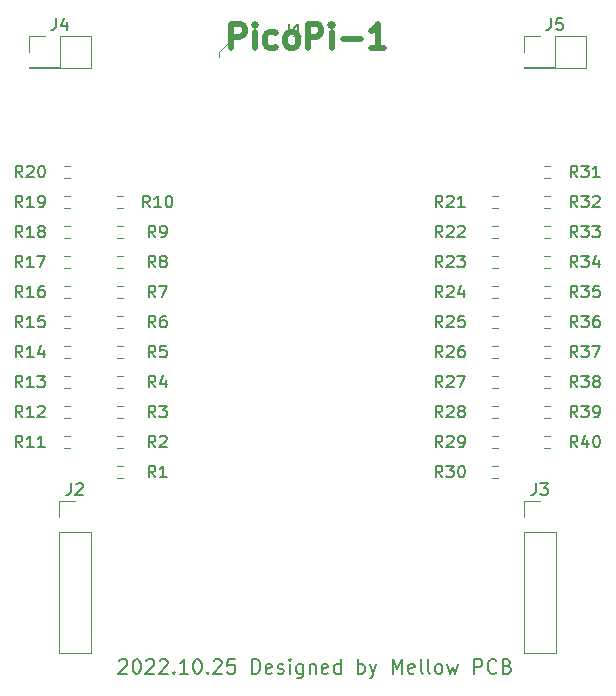
<source format=gbr>
%TF.GenerationSoftware,KiCad,Pcbnew,(6.0.6-0)*%
%TF.CreationDate,2022-10-25T05:48:03+09:00*%
%TF.ProjectId,PicoPi-1,5069636f-5069-42d3-912e-6b696361645f,rev?*%
%TF.SameCoordinates,Original*%
%TF.FileFunction,Legend,Top*%
%TF.FilePolarity,Positive*%
%FSLAX46Y46*%
G04 Gerber Fmt 4.6, Leading zero omitted, Abs format (unit mm)*
G04 Created by KiCad (PCBNEW (6.0.6-0)) date 2022-10-25 05:48:03*
%MOMM*%
%LPD*%
G01*
G04 APERTURE LIST*
%ADD10C,0.200000*%
%ADD11C,0.500000*%
%ADD12C,0.150000*%
%ADD13C,0.100000*%
%ADD14C,0.120000*%
G04 APERTURE END LIST*
D10*
X118048571Y-182337142D02*
X118105714Y-182280000D01*
X118220000Y-182222857D01*
X118505714Y-182222857D01*
X118620000Y-182280000D01*
X118677142Y-182337142D01*
X118734285Y-182451428D01*
X118734285Y-182565714D01*
X118677142Y-182737142D01*
X117991428Y-183422857D01*
X118734285Y-183422857D01*
X119477142Y-182222857D02*
X119591428Y-182222857D01*
X119705714Y-182280000D01*
X119762857Y-182337142D01*
X119820000Y-182451428D01*
X119877142Y-182680000D01*
X119877142Y-182965714D01*
X119820000Y-183194285D01*
X119762857Y-183308571D01*
X119705714Y-183365714D01*
X119591428Y-183422857D01*
X119477142Y-183422857D01*
X119362857Y-183365714D01*
X119305714Y-183308571D01*
X119248571Y-183194285D01*
X119191428Y-182965714D01*
X119191428Y-182680000D01*
X119248571Y-182451428D01*
X119305714Y-182337142D01*
X119362857Y-182280000D01*
X119477142Y-182222857D01*
X120334285Y-182337142D02*
X120391428Y-182280000D01*
X120505714Y-182222857D01*
X120791428Y-182222857D01*
X120905714Y-182280000D01*
X120962857Y-182337142D01*
X121020000Y-182451428D01*
X121020000Y-182565714D01*
X120962857Y-182737142D01*
X120277142Y-183422857D01*
X121020000Y-183422857D01*
X121477142Y-182337142D02*
X121534285Y-182280000D01*
X121648571Y-182222857D01*
X121934285Y-182222857D01*
X122048571Y-182280000D01*
X122105714Y-182337142D01*
X122162857Y-182451428D01*
X122162857Y-182565714D01*
X122105714Y-182737142D01*
X121420000Y-183422857D01*
X122162857Y-183422857D01*
X122677142Y-183308571D02*
X122734285Y-183365714D01*
X122677142Y-183422857D01*
X122620000Y-183365714D01*
X122677142Y-183308571D01*
X122677142Y-183422857D01*
X123877142Y-183422857D02*
X123191428Y-183422857D01*
X123534285Y-183422857D02*
X123534285Y-182222857D01*
X123420000Y-182394285D01*
X123305714Y-182508571D01*
X123191428Y-182565714D01*
X124620000Y-182222857D02*
X124734285Y-182222857D01*
X124848571Y-182280000D01*
X124905714Y-182337142D01*
X124962857Y-182451428D01*
X125020000Y-182680000D01*
X125020000Y-182965714D01*
X124962857Y-183194285D01*
X124905714Y-183308571D01*
X124848571Y-183365714D01*
X124734285Y-183422857D01*
X124620000Y-183422857D01*
X124505714Y-183365714D01*
X124448571Y-183308571D01*
X124391428Y-183194285D01*
X124334285Y-182965714D01*
X124334285Y-182680000D01*
X124391428Y-182451428D01*
X124448571Y-182337142D01*
X124505714Y-182280000D01*
X124620000Y-182222857D01*
X125534285Y-183308571D02*
X125591428Y-183365714D01*
X125534285Y-183422857D01*
X125477142Y-183365714D01*
X125534285Y-183308571D01*
X125534285Y-183422857D01*
X126048571Y-182337142D02*
X126105714Y-182280000D01*
X126220000Y-182222857D01*
X126505714Y-182222857D01*
X126620000Y-182280000D01*
X126677142Y-182337142D01*
X126734285Y-182451428D01*
X126734285Y-182565714D01*
X126677142Y-182737142D01*
X125991428Y-183422857D01*
X126734285Y-183422857D01*
X127820000Y-182222857D02*
X127248571Y-182222857D01*
X127191428Y-182794285D01*
X127248571Y-182737142D01*
X127362857Y-182680000D01*
X127648571Y-182680000D01*
X127762857Y-182737142D01*
X127820000Y-182794285D01*
X127877142Y-182908571D01*
X127877142Y-183194285D01*
X127820000Y-183308571D01*
X127762857Y-183365714D01*
X127648571Y-183422857D01*
X127362857Y-183422857D01*
X127248571Y-183365714D01*
X127191428Y-183308571D01*
X129305714Y-183422857D02*
X129305714Y-182222857D01*
X129591428Y-182222857D01*
X129762857Y-182280000D01*
X129877142Y-182394285D01*
X129934285Y-182508571D01*
X129991428Y-182737142D01*
X129991428Y-182908571D01*
X129934285Y-183137142D01*
X129877142Y-183251428D01*
X129762857Y-183365714D01*
X129591428Y-183422857D01*
X129305714Y-183422857D01*
X130962857Y-183365714D02*
X130848571Y-183422857D01*
X130620000Y-183422857D01*
X130505714Y-183365714D01*
X130448571Y-183251428D01*
X130448571Y-182794285D01*
X130505714Y-182680000D01*
X130620000Y-182622857D01*
X130848571Y-182622857D01*
X130962857Y-182680000D01*
X131020000Y-182794285D01*
X131020000Y-182908571D01*
X130448571Y-183022857D01*
X131477142Y-183365714D02*
X131591428Y-183422857D01*
X131820000Y-183422857D01*
X131934285Y-183365714D01*
X131991428Y-183251428D01*
X131991428Y-183194285D01*
X131934285Y-183080000D01*
X131820000Y-183022857D01*
X131648571Y-183022857D01*
X131534285Y-182965714D01*
X131477142Y-182851428D01*
X131477142Y-182794285D01*
X131534285Y-182680000D01*
X131648571Y-182622857D01*
X131820000Y-182622857D01*
X131934285Y-182680000D01*
X132505714Y-183422857D02*
X132505714Y-182622857D01*
X132505714Y-182222857D02*
X132448571Y-182280000D01*
X132505714Y-182337142D01*
X132562857Y-182280000D01*
X132505714Y-182222857D01*
X132505714Y-182337142D01*
X133591428Y-182622857D02*
X133591428Y-183594285D01*
X133534285Y-183708571D01*
X133477142Y-183765714D01*
X133362857Y-183822857D01*
X133191428Y-183822857D01*
X133077142Y-183765714D01*
X133591428Y-183365714D02*
X133477142Y-183422857D01*
X133248571Y-183422857D01*
X133134285Y-183365714D01*
X133077142Y-183308571D01*
X133020000Y-183194285D01*
X133020000Y-182851428D01*
X133077142Y-182737142D01*
X133134285Y-182680000D01*
X133248571Y-182622857D01*
X133477142Y-182622857D01*
X133591428Y-182680000D01*
X134162857Y-182622857D02*
X134162857Y-183422857D01*
X134162857Y-182737142D02*
X134220000Y-182680000D01*
X134334285Y-182622857D01*
X134505714Y-182622857D01*
X134620000Y-182680000D01*
X134677142Y-182794285D01*
X134677142Y-183422857D01*
X135705714Y-183365714D02*
X135591428Y-183422857D01*
X135362857Y-183422857D01*
X135248571Y-183365714D01*
X135191428Y-183251428D01*
X135191428Y-182794285D01*
X135248571Y-182680000D01*
X135362857Y-182622857D01*
X135591428Y-182622857D01*
X135705714Y-182680000D01*
X135762857Y-182794285D01*
X135762857Y-182908571D01*
X135191428Y-183022857D01*
X136791428Y-183422857D02*
X136791428Y-182222857D01*
X136791428Y-183365714D02*
X136677142Y-183422857D01*
X136448571Y-183422857D01*
X136334285Y-183365714D01*
X136277142Y-183308571D01*
X136220000Y-183194285D01*
X136220000Y-182851428D01*
X136277142Y-182737142D01*
X136334285Y-182680000D01*
X136448571Y-182622857D01*
X136677142Y-182622857D01*
X136791428Y-182680000D01*
X138277142Y-183422857D02*
X138277142Y-182222857D01*
X138277142Y-182680000D02*
X138391428Y-182622857D01*
X138620000Y-182622857D01*
X138734285Y-182680000D01*
X138791428Y-182737142D01*
X138848571Y-182851428D01*
X138848571Y-183194285D01*
X138791428Y-183308571D01*
X138734285Y-183365714D01*
X138620000Y-183422857D01*
X138391428Y-183422857D01*
X138277142Y-183365714D01*
X139248571Y-182622857D02*
X139534285Y-183422857D01*
X139820000Y-182622857D02*
X139534285Y-183422857D01*
X139420000Y-183708571D01*
X139362857Y-183765714D01*
X139248571Y-183822857D01*
X141191428Y-183422857D02*
X141191428Y-182222857D01*
X141591428Y-183080000D01*
X141991428Y-182222857D01*
X141991428Y-183422857D01*
X143020000Y-183365714D02*
X142905714Y-183422857D01*
X142677142Y-183422857D01*
X142562857Y-183365714D01*
X142505714Y-183251428D01*
X142505714Y-182794285D01*
X142562857Y-182680000D01*
X142677142Y-182622857D01*
X142905714Y-182622857D01*
X143020000Y-182680000D01*
X143077142Y-182794285D01*
X143077142Y-182908571D01*
X142505714Y-183022857D01*
X143762857Y-183422857D02*
X143648571Y-183365714D01*
X143591428Y-183251428D01*
X143591428Y-182222857D01*
X144391428Y-183422857D02*
X144277142Y-183365714D01*
X144220000Y-183251428D01*
X144220000Y-182222857D01*
X145020000Y-183422857D02*
X144905714Y-183365714D01*
X144848571Y-183308571D01*
X144791428Y-183194285D01*
X144791428Y-182851428D01*
X144848571Y-182737142D01*
X144905714Y-182680000D01*
X145020000Y-182622857D01*
X145191428Y-182622857D01*
X145305714Y-182680000D01*
X145362857Y-182737142D01*
X145420000Y-182851428D01*
X145420000Y-183194285D01*
X145362857Y-183308571D01*
X145305714Y-183365714D01*
X145191428Y-183422857D01*
X145020000Y-183422857D01*
X145820000Y-182622857D02*
X146048571Y-183422857D01*
X146277142Y-182851428D01*
X146505714Y-183422857D01*
X146734285Y-182622857D01*
X148105714Y-183422857D02*
X148105714Y-182222857D01*
X148562857Y-182222857D01*
X148677142Y-182280000D01*
X148734285Y-182337142D01*
X148791428Y-182451428D01*
X148791428Y-182622857D01*
X148734285Y-182737142D01*
X148677142Y-182794285D01*
X148562857Y-182851428D01*
X148105714Y-182851428D01*
X149991428Y-183308571D02*
X149934285Y-183365714D01*
X149762857Y-183422857D01*
X149648571Y-183422857D01*
X149477142Y-183365714D01*
X149362857Y-183251428D01*
X149305714Y-183137142D01*
X149248571Y-182908571D01*
X149248571Y-182737142D01*
X149305714Y-182508571D01*
X149362857Y-182394285D01*
X149477142Y-182280000D01*
X149648571Y-182222857D01*
X149762857Y-182222857D01*
X149934285Y-182280000D01*
X149991428Y-182337142D01*
X150905714Y-182794285D02*
X151077142Y-182851428D01*
X151134285Y-182908571D01*
X151191428Y-183022857D01*
X151191428Y-183194285D01*
X151134285Y-183308571D01*
X151077142Y-183365714D01*
X150962857Y-183422857D01*
X150505714Y-183422857D01*
X150505714Y-182222857D01*
X150905714Y-182222857D01*
X151020000Y-182280000D01*
X151077142Y-182337142D01*
X151134285Y-182451428D01*
X151134285Y-182565714D01*
X151077142Y-182680000D01*
X151020000Y-182737142D01*
X150905714Y-182794285D01*
X150505714Y-182794285D01*
D11*
X127556428Y-130444761D02*
X127556428Y-128444761D01*
X128318333Y-128444761D01*
X128508809Y-128540000D01*
X128604047Y-128635238D01*
X128699285Y-128825714D01*
X128699285Y-129111428D01*
X128604047Y-129301904D01*
X128508809Y-129397142D01*
X128318333Y-129492380D01*
X127556428Y-129492380D01*
X129556428Y-130444761D02*
X129556428Y-129111428D01*
X129556428Y-128444761D02*
X129461190Y-128540000D01*
X129556428Y-128635238D01*
X129651666Y-128540000D01*
X129556428Y-128444761D01*
X129556428Y-128635238D01*
X131365952Y-130349523D02*
X131175476Y-130444761D01*
X130794523Y-130444761D01*
X130604047Y-130349523D01*
X130508809Y-130254285D01*
X130413571Y-130063809D01*
X130413571Y-129492380D01*
X130508809Y-129301904D01*
X130604047Y-129206666D01*
X130794523Y-129111428D01*
X131175476Y-129111428D01*
X131365952Y-129206666D01*
X132508809Y-130444761D02*
X132318333Y-130349523D01*
X132223095Y-130254285D01*
X132127857Y-130063809D01*
X132127857Y-129492380D01*
X132223095Y-129301904D01*
X132318333Y-129206666D01*
X132508809Y-129111428D01*
X132794523Y-129111428D01*
X132985000Y-129206666D01*
X133080238Y-129301904D01*
X133175476Y-129492380D01*
X133175476Y-130063809D01*
X133080238Y-130254285D01*
X132985000Y-130349523D01*
X132794523Y-130444761D01*
X132508809Y-130444761D01*
X134032619Y-130444761D02*
X134032619Y-128444761D01*
X134794523Y-128444761D01*
X134985000Y-128540000D01*
X135080238Y-128635238D01*
X135175476Y-128825714D01*
X135175476Y-129111428D01*
X135080238Y-129301904D01*
X134985000Y-129397142D01*
X134794523Y-129492380D01*
X134032619Y-129492380D01*
X136032619Y-130444761D02*
X136032619Y-129111428D01*
X136032619Y-128444761D02*
X135937380Y-128540000D01*
X136032619Y-128635238D01*
X136127857Y-128540000D01*
X136032619Y-128444761D01*
X136032619Y-128635238D01*
X136985000Y-129682857D02*
X138508809Y-129682857D01*
X140508809Y-130444761D02*
X139365952Y-130444761D01*
X139937380Y-130444761D02*
X139937380Y-128444761D01*
X139746904Y-128730476D01*
X139556428Y-128920952D01*
X139365952Y-129016190D01*
D12*
%TO.C,J1*%
X132434666Y-128442380D02*
X132434666Y-129156666D01*
X132387047Y-129299523D01*
X132291809Y-129394761D01*
X132148952Y-129442380D01*
X132053714Y-129442380D01*
X133434666Y-129442380D02*
X132863238Y-129442380D01*
X133148952Y-129442380D02*
X133148952Y-128442380D01*
X133053714Y-128585238D01*
X132958476Y-128680476D01*
X132863238Y-128728095D01*
%TO.C,R29*%
X145407142Y-164282380D02*
X145073809Y-163806190D01*
X144835714Y-164282380D02*
X144835714Y-163282380D01*
X145216666Y-163282380D01*
X145311904Y-163330000D01*
X145359523Y-163377619D01*
X145407142Y-163472857D01*
X145407142Y-163615714D01*
X145359523Y-163710952D01*
X145311904Y-163758571D01*
X145216666Y-163806190D01*
X144835714Y-163806190D01*
X145788095Y-163377619D02*
X145835714Y-163330000D01*
X145930952Y-163282380D01*
X146169047Y-163282380D01*
X146264285Y-163330000D01*
X146311904Y-163377619D01*
X146359523Y-163472857D01*
X146359523Y-163568095D01*
X146311904Y-163710952D01*
X145740476Y-164282380D01*
X146359523Y-164282380D01*
X146835714Y-164282380D02*
X147026190Y-164282380D01*
X147121428Y-164234761D01*
X147169047Y-164187142D01*
X147264285Y-164044285D01*
X147311904Y-163853809D01*
X147311904Y-163472857D01*
X147264285Y-163377619D01*
X147216666Y-163330000D01*
X147121428Y-163282380D01*
X146930952Y-163282380D01*
X146835714Y-163330000D01*
X146788095Y-163377619D01*
X146740476Y-163472857D01*
X146740476Y-163710952D01*
X146788095Y-163806190D01*
X146835714Y-163853809D01*
X146930952Y-163901428D01*
X147121428Y-163901428D01*
X147216666Y-163853809D01*
X147264285Y-163806190D01*
X147311904Y-163710952D01*
%TO.C,R7*%
X121118333Y-151582380D02*
X120785000Y-151106190D01*
X120546904Y-151582380D02*
X120546904Y-150582380D01*
X120927857Y-150582380D01*
X121023095Y-150630000D01*
X121070714Y-150677619D01*
X121118333Y-150772857D01*
X121118333Y-150915714D01*
X121070714Y-151010952D01*
X121023095Y-151058571D01*
X120927857Y-151106190D01*
X120546904Y-151106190D01*
X121451666Y-150582380D02*
X122118333Y-150582380D01*
X121689761Y-151582380D01*
%TO.C,R22*%
X145407142Y-146502380D02*
X145073809Y-146026190D01*
X144835714Y-146502380D02*
X144835714Y-145502380D01*
X145216666Y-145502380D01*
X145311904Y-145550000D01*
X145359523Y-145597619D01*
X145407142Y-145692857D01*
X145407142Y-145835714D01*
X145359523Y-145930952D01*
X145311904Y-145978571D01*
X145216666Y-146026190D01*
X144835714Y-146026190D01*
X145788095Y-145597619D02*
X145835714Y-145550000D01*
X145930952Y-145502380D01*
X146169047Y-145502380D01*
X146264285Y-145550000D01*
X146311904Y-145597619D01*
X146359523Y-145692857D01*
X146359523Y-145788095D01*
X146311904Y-145930952D01*
X145740476Y-146502380D01*
X146359523Y-146502380D01*
X146740476Y-145597619D02*
X146788095Y-145550000D01*
X146883333Y-145502380D01*
X147121428Y-145502380D01*
X147216666Y-145550000D01*
X147264285Y-145597619D01*
X147311904Y-145692857D01*
X147311904Y-145788095D01*
X147264285Y-145930952D01*
X146692857Y-146502380D01*
X147311904Y-146502380D01*
%TO.C,R39*%
X156837142Y-161742380D02*
X156503809Y-161266190D01*
X156265714Y-161742380D02*
X156265714Y-160742380D01*
X156646666Y-160742380D01*
X156741904Y-160790000D01*
X156789523Y-160837619D01*
X156837142Y-160932857D01*
X156837142Y-161075714D01*
X156789523Y-161170952D01*
X156741904Y-161218571D01*
X156646666Y-161266190D01*
X156265714Y-161266190D01*
X157170476Y-160742380D02*
X157789523Y-160742380D01*
X157456190Y-161123333D01*
X157599047Y-161123333D01*
X157694285Y-161170952D01*
X157741904Y-161218571D01*
X157789523Y-161313809D01*
X157789523Y-161551904D01*
X157741904Y-161647142D01*
X157694285Y-161694761D01*
X157599047Y-161742380D01*
X157313333Y-161742380D01*
X157218095Y-161694761D01*
X157170476Y-161647142D01*
X158265714Y-161742380D02*
X158456190Y-161742380D01*
X158551428Y-161694761D01*
X158599047Y-161647142D01*
X158694285Y-161504285D01*
X158741904Y-161313809D01*
X158741904Y-160932857D01*
X158694285Y-160837619D01*
X158646666Y-160790000D01*
X158551428Y-160742380D01*
X158360952Y-160742380D01*
X158265714Y-160790000D01*
X158218095Y-160837619D01*
X158170476Y-160932857D01*
X158170476Y-161170952D01*
X158218095Y-161266190D01*
X158265714Y-161313809D01*
X158360952Y-161361428D01*
X158551428Y-161361428D01*
X158646666Y-161313809D01*
X158694285Y-161266190D01*
X158741904Y-161170952D01*
%TO.C,R28*%
X145407142Y-161742380D02*
X145073809Y-161266190D01*
X144835714Y-161742380D02*
X144835714Y-160742380D01*
X145216666Y-160742380D01*
X145311904Y-160790000D01*
X145359523Y-160837619D01*
X145407142Y-160932857D01*
X145407142Y-161075714D01*
X145359523Y-161170952D01*
X145311904Y-161218571D01*
X145216666Y-161266190D01*
X144835714Y-161266190D01*
X145788095Y-160837619D02*
X145835714Y-160790000D01*
X145930952Y-160742380D01*
X146169047Y-160742380D01*
X146264285Y-160790000D01*
X146311904Y-160837619D01*
X146359523Y-160932857D01*
X146359523Y-161028095D01*
X146311904Y-161170952D01*
X145740476Y-161742380D01*
X146359523Y-161742380D01*
X146930952Y-161170952D02*
X146835714Y-161123333D01*
X146788095Y-161075714D01*
X146740476Y-160980476D01*
X146740476Y-160932857D01*
X146788095Y-160837619D01*
X146835714Y-160790000D01*
X146930952Y-160742380D01*
X147121428Y-160742380D01*
X147216666Y-160790000D01*
X147264285Y-160837619D01*
X147311904Y-160932857D01*
X147311904Y-160980476D01*
X147264285Y-161075714D01*
X147216666Y-161123333D01*
X147121428Y-161170952D01*
X146930952Y-161170952D01*
X146835714Y-161218571D01*
X146788095Y-161266190D01*
X146740476Y-161361428D01*
X146740476Y-161551904D01*
X146788095Y-161647142D01*
X146835714Y-161694761D01*
X146930952Y-161742380D01*
X147121428Y-161742380D01*
X147216666Y-161694761D01*
X147264285Y-161647142D01*
X147311904Y-161551904D01*
X147311904Y-161361428D01*
X147264285Y-161266190D01*
X147216666Y-161218571D01*
X147121428Y-161170952D01*
%TO.C,J2*%
X113966666Y-167307380D02*
X113966666Y-168021666D01*
X113919047Y-168164523D01*
X113823809Y-168259761D01*
X113680952Y-168307380D01*
X113585714Y-168307380D01*
X114395238Y-167402619D02*
X114442857Y-167355000D01*
X114538095Y-167307380D01*
X114776190Y-167307380D01*
X114871428Y-167355000D01*
X114919047Y-167402619D01*
X114966666Y-167497857D01*
X114966666Y-167593095D01*
X114919047Y-167735952D01*
X114347619Y-168307380D01*
X114966666Y-168307380D01*
%TO.C,R23*%
X145407142Y-149042380D02*
X145073809Y-148566190D01*
X144835714Y-149042380D02*
X144835714Y-148042380D01*
X145216666Y-148042380D01*
X145311904Y-148090000D01*
X145359523Y-148137619D01*
X145407142Y-148232857D01*
X145407142Y-148375714D01*
X145359523Y-148470952D01*
X145311904Y-148518571D01*
X145216666Y-148566190D01*
X144835714Y-148566190D01*
X145788095Y-148137619D02*
X145835714Y-148090000D01*
X145930952Y-148042380D01*
X146169047Y-148042380D01*
X146264285Y-148090000D01*
X146311904Y-148137619D01*
X146359523Y-148232857D01*
X146359523Y-148328095D01*
X146311904Y-148470952D01*
X145740476Y-149042380D01*
X146359523Y-149042380D01*
X146692857Y-148042380D02*
X147311904Y-148042380D01*
X146978571Y-148423333D01*
X147121428Y-148423333D01*
X147216666Y-148470952D01*
X147264285Y-148518571D01*
X147311904Y-148613809D01*
X147311904Y-148851904D01*
X147264285Y-148947142D01*
X147216666Y-148994761D01*
X147121428Y-149042380D01*
X146835714Y-149042380D01*
X146740476Y-148994761D01*
X146692857Y-148947142D01*
%TO.C,R16*%
X109847142Y-151582380D02*
X109513809Y-151106190D01*
X109275714Y-151582380D02*
X109275714Y-150582380D01*
X109656666Y-150582380D01*
X109751904Y-150630000D01*
X109799523Y-150677619D01*
X109847142Y-150772857D01*
X109847142Y-150915714D01*
X109799523Y-151010952D01*
X109751904Y-151058571D01*
X109656666Y-151106190D01*
X109275714Y-151106190D01*
X110799523Y-151582380D02*
X110228095Y-151582380D01*
X110513809Y-151582380D02*
X110513809Y-150582380D01*
X110418571Y-150725238D01*
X110323333Y-150820476D01*
X110228095Y-150868095D01*
X111656666Y-150582380D02*
X111466190Y-150582380D01*
X111370952Y-150630000D01*
X111323333Y-150677619D01*
X111228095Y-150820476D01*
X111180476Y-151010952D01*
X111180476Y-151391904D01*
X111228095Y-151487142D01*
X111275714Y-151534761D01*
X111370952Y-151582380D01*
X111561428Y-151582380D01*
X111656666Y-151534761D01*
X111704285Y-151487142D01*
X111751904Y-151391904D01*
X111751904Y-151153809D01*
X111704285Y-151058571D01*
X111656666Y-151010952D01*
X111561428Y-150963333D01*
X111370952Y-150963333D01*
X111275714Y-151010952D01*
X111228095Y-151058571D01*
X111180476Y-151153809D01*
%TO.C,R3*%
X121118333Y-161742380D02*
X120785000Y-161266190D01*
X120546904Y-161742380D02*
X120546904Y-160742380D01*
X120927857Y-160742380D01*
X121023095Y-160790000D01*
X121070714Y-160837619D01*
X121118333Y-160932857D01*
X121118333Y-161075714D01*
X121070714Y-161170952D01*
X121023095Y-161218571D01*
X120927857Y-161266190D01*
X120546904Y-161266190D01*
X121451666Y-160742380D02*
X122070714Y-160742380D01*
X121737380Y-161123333D01*
X121880238Y-161123333D01*
X121975476Y-161170952D01*
X122023095Y-161218571D01*
X122070714Y-161313809D01*
X122070714Y-161551904D01*
X122023095Y-161647142D01*
X121975476Y-161694761D01*
X121880238Y-161742380D01*
X121594523Y-161742380D01*
X121499285Y-161694761D01*
X121451666Y-161647142D01*
%TO.C,J3*%
X153336666Y-167302380D02*
X153336666Y-168016666D01*
X153289047Y-168159523D01*
X153193809Y-168254761D01*
X153050952Y-168302380D01*
X152955714Y-168302380D01*
X153717619Y-167302380D02*
X154336666Y-167302380D01*
X154003333Y-167683333D01*
X154146190Y-167683333D01*
X154241428Y-167730952D01*
X154289047Y-167778571D01*
X154336666Y-167873809D01*
X154336666Y-168111904D01*
X154289047Y-168207142D01*
X154241428Y-168254761D01*
X154146190Y-168302380D01*
X153860476Y-168302380D01*
X153765238Y-168254761D01*
X153717619Y-168207142D01*
%TO.C,R25*%
X145407142Y-154122380D02*
X145073809Y-153646190D01*
X144835714Y-154122380D02*
X144835714Y-153122380D01*
X145216666Y-153122380D01*
X145311904Y-153170000D01*
X145359523Y-153217619D01*
X145407142Y-153312857D01*
X145407142Y-153455714D01*
X145359523Y-153550952D01*
X145311904Y-153598571D01*
X145216666Y-153646190D01*
X144835714Y-153646190D01*
X145788095Y-153217619D02*
X145835714Y-153170000D01*
X145930952Y-153122380D01*
X146169047Y-153122380D01*
X146264285Y-153170000D01*
X146311904Y-153217619D01*
X146359523Y-153312857D01*
X146359523Y-153408095D01*
X146311904Y-153550952D01*
X145740476Y-154122380D01*
X146359523Y-154122380D01*
X147264285Y-153122380D02*
X146788095Y-153122380D01*
X146740476Y-153598571D01*
X146788095Y-153550952D01*
X146883333Y-153503333D01*
X147121428Y-153503333D01*
X147216666Y-153550952D01*
X147264285Y-153598571D01*
X147311904Y-153693809D01*
X147311904Y-153931904D01*
X147264285Y-154027142D01*
X147216666Y-154074761D01*
X147121428Y-154122380D01*
X146883333Y-154122380D01*
X146788095Y-154074761D01*
X146740476Y-154027142D01*
%TO.C,R40*%
X156837142Y-164282380D02*
X156503809Y-163806190D01*
X156265714Y-164282380D02*
X156265714Y-163282380D01*
X156646666Y-163282380D01*
X156741904Y-163330000D01*
X156789523Y-163377619D01*
X156837142Y-163472857D01*
X156837142Y-163615714D01*
X156789523Y-163710952D01*
X156741904Y-163758571D01*
X156646666Y-163806190D01*
X156265714Y-163806190D01*
X157694285Y-163615714D02*
X157694285Y-164282380D01*
X157456190Y-163234761D02*
X157218095Y-163949047D01*
X157837142Y-163949047D01*
X158408571Y-163282380D02*
X158503809Y-163282380D01*
X158599047Y-163330000D01*
X158646666Y-163377619D01*
X158694285Y-163472857D01*
X158741904Y-163663333D01*
X158741904Y-163901428D01*
X158694285Y-164091904D01*
X158646666Y-164187142D01*
X158599047Y-164234761D01*
X158503809Y-164282380D01*
X158408571Y-164282380D01*
X158313333Y-164234761D01*
X158265714Y-164187142D01*
X158218095Y-164091904D01*
X158170476Y-163901428D01*
X158170476Y-163663333D01*
X158218095Y-163472857D01*
X158265714Y-163377619D01*
X158313333Y-163330000D01*
X158408571Y-163282380D01*
%TO.C,R18*%
X109847142Y-146502380D02*
X109513809Y-146026190D01*
X109275714Y-146502380D02*
X109275714Y-145502380D01*
X109656666Y-145502380D01*
X109751904Y-145550000D01*
X109799523Y-145597619D01*
X109847142Y-145692857D01*
X109847142Y-145835714D01*
X109799523Y-145930952D01*
X109751904Y-145978571D01*
X109656666Y-146026190D01*
X109275714Y-146026190D01*
X110799523Y-146502380D02*
X110228095Y-146502380D01*
X110513809Y-146502380D02*
X110513809Y-145502380D01*
X110418571Y-145645238D01*
X110323333Y-145740476D01*
X110228095Y-145788095D01*
X111370952Y-145930952D02*
X111275714Y-145883333D01*
X111228095Y-145835714D01*
X111180476Y-145740476D01*
X111180476Y-145692857D01*
X111228095Y-145597619D01*
X111275714Y-145550000D01*
X111370952Y-145502380D01*
X111561428Y-145502380D01*
X111656666Y-145550000D01*
X111704285Y-145597619D01*
X111751904Y-145692857D01*
X111751904Y-145740476D01*
X111704285Y-145835714D01*
X111656666Y-145883333D01*
X111561428Y-145930952D01*
X111370952Y-145930952D01*
X111275714Y-145978571D01*
X111228095Y-146026190D01*
X111180476Y-146121428D01*
X111180476Y-146311904D01*
X111228095Y-146407142D01*
X111275714Y-146454761D01*
X111370952Y-146502380D01*
X111561428Y-146502380D01*
X111656666Y-146454761D01*
X111704285Y-146407142D01*
X111751904Y-146311904D01*
X111751904Y-146121428D01*
X111704285Y-146026190D01*
X111656666Y-145978571D01*
X111561428Y-145930952D01*
%TO.C,R14*%
X109847142Y-156662380D02*
X109513809Y-156186190D01*
X109275714Y-156662380D02*
X109275714Y-155662380D01*
X109656666Y-155662380D01*
X109751904Y-155710000D01*
X109799523Y-155757619D01*
X109847142Y-155852857D01*
X109847142Y-155995714D01*
X109799523Y-156090952D01*
X109751904Y-156138571D01*
X109656666Y-156186190D01*
X109275714Y-156186190D01*
X110799523Y-156662380D02*
X110228095Y-156662380D01*
X110513809Y-156662380D02*
X110513809Y-155662380D01*
X110418571Y-155805238D01*
X110323333Y-155900476D01*
X110228095Y-155948095D01*
X111656666Y-155995714D02*
X111656666Y-156662380D01*
X111418571Y-155614761D02*
X111180476Y-156329047D01*
X111799523Y-156329047D01*
%TO.C,R31*%
X156837142Y-141422380D02*
X156503809Y-140946190D01*
X156265714Y-141422380D02*
X156265714Y-140422380D01*
X156646666Y-140422380D01*
X156741904Y-140470000D01*
X156789523Y-140517619D01*
X156837142Y-140612857D01*
X156837142Y-140755714D01*
X156789523Y-140850952D01*
X156741904Y-140898571D01*
X156646666Y-140946190D01*
X156265714Y-140946190D01*
X157170476Y-140422380D02*
X157789523Y-140422380D01*
X157456190Y-140803333D01*
X157599047Y-140803333D01*
X157694285Y-140850952D01*
X157741904Y-140898571D01*
X157789523Y-140993809D01*
X157789523Y-141231904D01*
X157741904Y-141327142D01*
X157694285Y-141374761D01*
X157599047Y-141422380D01*
X157313333Y-141422380D01*
X157218095Y-141374761D01*
X157170476Y-141327142D01*
X158741904Y-141422380D02*
X158170476Y-141422380D01*
X158456190Y-141422380D02*
X158456190Y-140422380D01*
X158360952Y-140565238D01*
X158265714Y-140660476D01*
X158170476Y-140708095D01*
%TO.C,R19*%
X109847142Y-143962380D02*
X109513809Y-143486190D01*
X109275714Y-143962380D02*
X109275714Y-142962380D01*
X109656666Y-142962380D01*
X109751904Y-143010000D01*
X109799523Y-143057619D01*
X109847142Y-143152857D01*
X109847142Y-143295714D01*
X109799523Y-143390952D01*
X109751904Y-143438571D01*
X109656666Y-143486190D01*
X109275714Y-143486190D01*
X110799523Y-143962380D02*
X110228095Y-143962380D01*
X110513809Y-143962380D02*
X110513809Y-142962380D01*
X110418571Y-143105238D01*
X110323333Y-143200476D01*
X110228095Y-143248095D01*
X111275714Y-143962380D02*
X111466190Y-143962380D01*
X111561428Y-143914761D01*
X111609047Y-143867142D01*
X111704285Y-143724285D01*
X111751904Y-143533809D01*
X111751904Y-143152857D01*
X111704285Y-143057619D01*
X111656666Y-143010000D01*
X111561428Y-142962380D01*
X111370952Y-142962380D01*
X111275714Y-143010000D01*
X111228095Y-143057619D01*
X111180476Y-143152857D01*
X111180476Y-143390952D01*
X111228095Y-143486190D01*
X111275714Y-143533809D01*
X111370952Y-143581428D01*
X111561428Y-143581428D01*
X111656666Y-143533809D01*
X111704285Y-143486190D01*
X111751904Y-143390952D01*
%TO.C,R11*%
X109847142Y-164282380D02*
X109513809Y-163806190D01*
X109275714Y-164282380D02*
X109275714Y-163282380D01*
X109656666Y-163282380D01*
X109751904Y-163330000D01*
X109799523Y-163377619D01*
X109847142Y-163472857D01*
X109847142Y-163615714D01*
X109799523Y-163710952D01*
X109751904Y-163758571D01*
X109656666Y-163806190D01*
X109275714Y-163806190D01*
X110799523Y-164282380D02*
X110228095Y-164282380D01*
X110513809Y-164282380D02*
X110513809Y-163282380D01*
X110418571Y-163425238D01*
X110323333Y-163520476D01*
X110228095Y-163568095D01*
X111751904Y-164282380D02*
X111180476Y-164282380D01*
X111466190Y-164282380D02*
X111466190Y-163282380D01*
X111370952Y-163425238D01*
X111275714Y-163520476D01*
X111180476Y-163568095D01*
%TO.C,R33*%
X156837142Y-146502380D02*
X156503809Y-146026190D01*
X156265714Y-146502380D02*
X156265714Y-145502380D01*
X156646666Y-145502380D01*
X156741904Y-145550000D01*
X156789523Y-145597619D01*
X156837142Y-145692857D01*
X156837142Y-145835714D01*
X156789523Y-145930952D01*
X156741904Y-145978571D01*
X156646666Y-146026190D01*
X156265714Y-146026190D01*
X157170476Y-145502380D02*
X157789523Y-145502380D01*
X157456190Y-145883333D01*
X157599047Y-145883333D01*
X157694285Y-145930952D01*
X157741904Y-145978571D01*
X157789523Y-146073809D01*
X157789523Y-146311904D01*
X157741904Y-146407142D01*
X157694285Y-146454761D01*
X157599047Y-146502380D01*
X157313333Y-146502380D01*
X157218095Y-146454761D01*
X157170476Y-146407142D01*
X158122857Y-145502380D02*
X158741904Y-145502380D01*
X158408571Y-145883333D01*
X158551428Y-145883333D01*
X158646666Y-145930952D01*
X158694285Y-145978571D01*
X158741904Y-146073809D01*
X158741904Y-146311904D01*
X158694285Y-146407142D01*
X158646666Y-146454761D01*
X158551428Y-146502380D01*
X158265714Y-146502380D01*
X158170476Y-146454761D01*
X158122857Y-146407142D01*
%TO.C,J4*%
X112696666Y-127932380D02*
X112696666Y-128646666D01*
X112649047Y-128789523D01*
X112553809Y-128884761D01*
X112410952Y-128932380D01*
X112315714Y-128932380D01*
X113601428Y-128265714D02*
X113601428Y-128932380D01*
X113363333Y-127884761D02*
X113125238Y-128599047D01*
X113744285Y-128599047D01*
%TO.C,R10*%
X120642142Y-143962380D02*
X120308809Y-143486190D01*
X120070714Y-143962380D02*
X120070714Y-142962380D01*
X120451666Y-142962380D01*
X120546904Y-143010000D01*
X120594523Y-143057619D01*
X120642142Y-143152857D01*
X120642142Y-143295714D01*
X120594523Y-143390952D01*
X120546904Y-143438571D01*
X120451666Y-143486190D01*
X120070714Y-143486190D01*
X121594523Y-143962380D02*
X121023095Y-143962380D01*
X121308809Y-143962380D02*
X121308809Y-142962380D01*
X121213571Y-143105238D01*
X121118333Y-143200476D01*
X121023095Y-143248095D01*
X122213571Y-142962380D02*
X122308809Y-142962380D01*
X122404047Y-143010000D01*
X122451666Y-143057619D01*
X122499285Y-143152857D01*
X122546904Y-143343333D01*
X122546904Y-143581428D01*
X122499285Y-143771904D01*
X122451666Y-143867142D01*
X122404047Y-143914761D01*
X122308809Y-143962380D01*
X122213571Y-143962380D01*
X122118333Y-143914761D01*
X122070714Y-143867142D01*
X122023095Y-143771904D01*
X121975476Y-143581428D01*
X121975476Y-143343333D01*
X122023095Y-143152857D01*
X122070714Y-143057619D01*
X122118333Y-143010000D01*
X122213571Y-142962380D01*
%TO.C,R13*%
X109847142Y-159202380D02*
X109513809Y-158726190D01*
X109275714Y-159202380D02*
X109275714Y-158202380D01*
X109656666Y-158202380D01*
X109751904Y-158250000D01*
X109799523Y-158297619D01*
X109847142Y-158392857D01*
X109847142Y-158535714D01*
X109799523Y-158630952D01*
X109751904Y-158678571D01*
X109656666Y-158726190D01*
X109275714Y-158726190D01*
X110799523Y-159202380D02*
X110228095Y-159202380D01*
X110513809Y-159202380D02*
X110513809Y-158202380D01*
X110418571Y-158345238D01*
X110323333Y-158440476D01*
X110228095Y-158488095D01*
X111132857Y-158202380D02*
X111751904Y-158202380D01*
X111418571Y-158583333D01*
X111561428Y-158583333D01*
X111656666Y-158630952D01*
X111704285Y-158678571D01*
X111751904Y-158773809D01*
X111751904Y-159011904D01*
X111704285Y-159107142D01*
X111656666Y-159154761D01*
X111561428Y-159202380D01*
X111275714Y-159202380D01*
X111180476Y-159154761D01*
X111132857Y-159107142D01*
%TO.C,R15*%
X109847142Y-154122380D02*
X109513809Y-153646190D01*
X109275714Y-154122380D02*
X109275714Y-153122380D01*
X109656666Y-153122380D01*
X109751904Y-153170000D01*
X109799523Y-153217619D01*
X109847142Y-153312857D01*
X109847142Y-153455714D01*
X109799523Y-153550952D01*
X109751904Y-153598571D01*
X109656666Y-153646190D01*
X109275714Y-153646190D01*
X110799523Y-154122380D02*
X110228095Y-154122380D01*
X110513809Y-154122380D02*
X110513809Y-153122380D01*
X110418571Y-153265238D01*
X110323333Y-153360476D01*
X110228095Y-153408095D01*
X111704285Y-153122380D02*
X111228095Y-153122380D01*
X111180476Y-153598571D01*
X111228095Y-153550952D01*
X111323333Y-153503333D01*
X111561428Y-153503333D01*
X111656666Y-153550952D01*
X111704285Y-153598571D01*
X111751904Y-153693809D01*
X111751904Y-153931904D01*
X111704285Y-154027142D01*
X111656666Y-154074761D01*
X111561428Y-154122380D01*
X111323333Y-154122380D01*
X111228095Y-154074761D01*
X111180476Y-154027142D01*
%TO.C,R21*%
X145407142Y-143962380D02*
X145073809Y-143486190D01*
X144835714Y-143962380D02*
X144835714Y-142962380D01*
X145216666Y-142962380D01*
X145311904Y-143010000D01*
X145359523Y-143057619D01*
X145407142Y-143152857D01*
X145407142Y-143295714D01*
X145359523Y-143390952D01*
X145311904Y-143438571D01*
X145216666Y-143486190D01*
X144835714Y-143486190D01*
X145788095Y-143057619D02*
X145835714Y-143010000D01*
X145930952Y-142962380D01*
X146169047Y-142962380D01*
X146264285Y-143010000D01*
X146311904Y-143057619D01*
X146359523Y-143152857D01*
X146359523Y-143248095D01*
X146311904Y-143390952D01*
X145740476Y-143962380D01*
X146359523Y-143962380D01*
X147311904Y-143962380D02*
X146740476Y-143962380D01*
X147026190Y-143962380D02*
X147026190Y-142962380D01*
X146930952Y-143105238D01*
X146835714Y-143200476D01*
X146740476Y-143248095D01*
%TO.C,R26*%
X145407142Y-156662380D02*
X145073809Y-156186190D01*
X144835714Y-156662380D02*
X144835714Y-155662380D01*
X145216666Y-155662380D01*
X145311904Y-155710000D01*
X145359523Y-155757619D01*
X145407142Y-155852857D01*
X145407142Y-155995714D01*
X145359523Y-156090952D01*
X145311904Y-156138571D01*
X145216666Y-156186190D01*
X144835714Y-156186190D01*
X145788095Y-155757619D02*
X145835714Y-155710000D01*
X145930952Y-155662380D01*
X146169047Y-155662380D01*
X146264285Y-155710000D01*
X146311904Y-155757619D01*
X146359523Y-155852857D01*
X146359523Y-155948095D01*
X146311904Y-156090952D01*
X145740476Y-156662380D01*
X146359523Y-156662380D01*
X147216666Y-155662380D02*
X147026190Y-155662380D01*
X146930952Y-155710000D01*
X146883333Y-155757619D01*
X146788095Y-155900476D01*
X146740476Y-156090952D01*
X146740476Y-156471904D01*
X146788095Y-156567142D01*
X146835714Y-156614761D01*
X146930952Y-156662380D01*
X147121428Y-156662380D01*
X147216666Y-156614761D01*
X147264285Y-156567142D01*
X147311904Y-156471904D01*
X147311904Y-156233809D01*
X147264285Y-156138571D01*
X147216666Y-156090952D01*
X147121428Y-156043333D01*
X146930952Y-156043333D01*
X146835714Y-156090952D01*
X146788095Y-156138571D01*
X146740476Y-156233809D01*
%TO.C,R38*%
X156837142Y-159202380D02*
X156503809Y-158726190D01*
X156265714Y-159202380D02*
X156265714Y-158202380D01*
X156646666Y-158202380D01*
X156741904Y-158250000D01*
X156789523Y-158297619D01*
X156837142Y-158392857D01*
X156837142Y-158535714D01*
X156789523Y-158630952D01*
X156741904Y-158678571D01*
X156646666Y-158726190D01*
X156265714Y-158726190D01*
X157170476Y-158202380D02*
X157789523Y-158202380D01*
X157456190Y-158583333D01*
X157599047Y-158583333D01*
X157694285Y-158630952D01*
X157741904Y-158678571D01*
X157789523Y-158773809D01*
X157789523Y-159011904D01*
X157741904Y-159107142D01*
X157694285Y-159154761D01*
X157599047Y-159202380D01*
X157313333Y-159202380D01*
X157218095Y-159154761D01*
X157170476Y-159107142D01*
X158360952Y-158630952D02*
X158265714Y-158583333D01*
X158218095Y-158535714D01*
X158170476Y-158440476D01*
X158170476Y-158392857D01*
X158218095Y-158297619D01*
X158265714Y-158250000D01*
X158360952Y-158202380D01*
X158551428Y-158202380D01*
X158646666Y-158250000D01*
X158694285Y-158297619D01*
X158741904Y-158392857D01*
X158741904Y-158440476D01*
X158694285Y-158535714D01*
X158646666Y-158583333D01*
X158551428Y-158630952D01*
X158360952Y-158630952D01*
X158265714Y-158678571D01*
X158218095Y-158726190D01*
X158170476Y-158821428D01*
X158170476Y-159011904D01*
X158218095Y-159107142D01*
X158265714Y-159154761D01*
X158360952Y-159202380D01*
X158551428Y-159202380D01*
X158646666Y-159154761D01*
X158694285Y-159107142D01*
X158741904Y-159011904D01*
X158741904Y-158821428D01*
X158694285Y-158726190D01*
X158646666Y-158678571D01*
X158551428Y-158630952D01*
%TO.C,R5*%
X121118333Y-156662380D02*
X120785000Y-156186190D01*
X120546904Y-156662380D02*
X120546904Y-155662380D01*
X120927857Y-155662380D01*
X121023095Y-155710000D01*
X121070714Y-155757619D01*
X121118333Y-155852857D01*
X121118333Y-155995714D01*
X121070714Y-156090952D01*
X121023095Y-156138571D01*
X120927857Y-156186190D01*
X120546904Y-156186190D01*
X122023095Y-155662380D02*
X121546904Y-155662380D01*
X121499285Y-156138571D01*
X121546904Y-156090952D01*
X121642142Y-156043333D01*
X121880238Y-156043333D01*
X121975476Y-156090952D01*
X122023095Y-156138571D01*
X122070714Y-156233809D01*
X122070714Y-156471904D01*
X122023095Y-156567142D01*
X121975476Y-156614761D01*
X121880238Y-156662380D01*
X121642142Y-156662380D01*
X121546904Y-156614761D01*
X121499285Y-156567142D01*
%TO.C,R4*%
X121118333Y-159202380D02*
X120785000Y-158726190D01*
X120546904Y-159202380D02*
X120546904Y-158202380D01*
X120927857Y-158202380D01*
X121023095Y-158250000D01*
X121070714Y-158297619D01*
X121118333Y-158392857D01*
X121118333Y-158535714D01*
X121070714Y-158630952D01*
X121023095Y-158678571D01*
X120927857Y-158726190D01*
X120546904Y-158726190D01*
X121975476Y-158535714D02*
X121975476Y-159202380D01*
X121737380Y-158154761D02*
X121499285Y-158869047D01*
X122118333Y-158869047D01*
%TO.C,R32*%
X156837142Y-143962380D02*
X156503809Y-143486190D01*
X156265714Y-143962380D02*
X156265714Y-142962380D01*
X156646666Y-142962380D01*
X156741904Y-143010000D01*
X156789523Y-143057619D01*
X156837142Y-143152857D01*
X156837142Y-143295714D01*
X156789523Y-143390952D01*
X156741904Y-143438571D01*
X156646666Y-143486190D01*
X156265714Y-143486190D01*
X157170476Y-142962380D02*
X157789523Y-142962380D01*
X157456190Y-143343333D01*
X157599047Y-143343333D01*
X157694285Y-143390952D01*
X157741904Y-143438571D01*
X157789523Y-143533809D01*
X157789523Y-143771904D01*
X157741904Y-143867142D01*
X157694285Y-143914761D01*
X157599047Y-143962380D01*
X157313333Y-143962380D01*
X157218095Y-143914761D01*
X157170476Y-143867142D01*
X158170476Y-143057619D02*
X158218095Y-143010000D01*
X158313333Y-142962380D01*
X158551428Y-142962380D01*
X158646666Y-143010000D01*
X158694285Y-143057619D01*
X158741904Y-143152857D01*
X158741904Y-143248095D01*
X158694285Y-143390952D01*
X158122857Y-143962380D01*
X158741904Y-143962380D01*
%TO.C,R27*%
X145407142Y-159202380D02*
X145073809Y-158726190D01*
X144835714Y-159202380D02*
X144835714Y-158202380D01*
X145216666Y-158202380D01*
X145311904Y-158250000D01*
X145359523Y-158297619D01*
X145407142Y-158392857D01*
X145407142Y-158535714D01*
X145359523Y-158630952D01*
X145311904Y-158678571D01*
X145216666Y-158726190D01*
X144835714Y-158726190D01*
X145788095Y-158297619D02*
X145835714Y-158250000D01*
X145930952Y-158202380D01*
X146169047Y-158202380D01*
X146264285Y-158250000D01*
X146311904Y-158297619D01*
X146359523Y-158392857D01*
X146359523Y-158488095D01*
X146311904Y-158630952D01*
X145740476Y-159202380D01*
X146359523Y-159202380D01*
X146692857Y-158202380D02*
X147359523Y-158202380D01*
X146930952Y-159202380D01*
%TO.C,R20*%
X109847142Y-141422380D02*
X109513809Y-140946190D01*
X109275714Y-141422380D02*
X109275714Y-140422380D01*
X109656666Y-140422380D01*
X109751904Y-140470000D01*
X109799523Y-140517619D01*
X109847142Y-140612857D01*
X109847142Y-140755714D01*
X109799523Y-140850952D01*
X109751904Y-140898571D01*
X109656666Y-140946190D01*
X109275714Y-140946190D01*
X110228095Y-140517619D02*
X110275714Y-140470000D01*
X110370952Y-140422380D01*
X110609047Y-140422380D01*
X110704285Y-140470000D01*
X110751904Y-140517619D01*
X110799523Y-140612857D01*
X110799523Y-140708095D01*
X110751904Y-140850952D01*
X110180476Y-141422380D01*
X110799523Y-141422380D01*
X111418571Y-140422380D02*
X111513809Y-140422380D01*
X111609047Y-140470000D01*
X111656666Y-140517619D01*
X111704285Y-140612857D01*
X111751904Y-140803333D01*
X111751904Y-141041428D01*
X111704285Y-141231904D01*
X111656666Y-141327142D01*
X111609047Y-141374761D01*
X111513809Y-141422380D01*
X111418571Y-141422380D01*
X111323333Y-141374761D01*
X111275714Y-141327142D01*
X111228095Y-141231904D01*
X111180476Y-141041428D01*
X111180476Y-140803333D01*
X111228095Y-140612857D01*
X111275714Y-140517619D01*
X111323333Y-140470000D01*
X111418571Y-140422380D01*
%TO.C,R35*%
X156837142Y-151582380D02*
X156503809Y-151106190D01*
X156265714Y-151582380D02*
X156265714Y-150582380D01*
X156646666Y-150582380D01*
X156741904Y-150630000D01*
X156789523Y-150677619D01*
X156837142Y-150772857D01*
X156837142Y-150915714D01*
X156789523Y-151010952D01*
X156741904Y-151058571D01*
X156646666Y-151106190D01*
X156265714Y-151106190D01*
X157170476Y-150582380D02*
X157789523Y-150582380D01*
X157456190Y-150963333D01*
X157599047Y-150963333D01*
X157694285Y-151010952D01*
X157741904Y-151058571D01*
X157789523Y-151153809D01*
X157789523Y-151391904D01*
X157741904Y-151487142D01*
X157694285Y-151534761D01*
X157599047Y-151582380D01*
X157313333Y-151582380D01*
X157218095Y-151534761D01*
X157170476Y-151487142D01*
X158694285Y-150582380D02*
X158218095Y-150582380D01*
X158170476Y-151058571D01*
X158218095Y-151010952D01*
X158313333Y-150963333D01*
X158551428Y-150963333D01*
X158646666Y-151010952D01*
X158694285Y-151058571D01*
X158741904Y-151153809D01*
X158741904Y-151391904D01*
X158694285Y-151487142D01*
X158646666Y-151534761D01*
X158551428Y-151582380D01*
X158313333Y-151582380D01*
X158218095Y-151534761D01*
X158170476Y-151487142D01*
%TO.C,R24*%
X145407142Y-151582380D02*
X145073809Y-151106190D01*
X144835714Y-151582380D02*
X144835714Y-150582380D01*
X145216666Y-150582380D01*
X145311904Y-150630000D01*
X145359523Y-150677619D01*
X145407142Y-150772857D01*
X145407142Y-150915714D01*
X145359523Y-151010952D01*
X145311904Y-151058571D01*
X145216666Y-151106190D01*
X144835714Y-151106190D01*
X145788095Y-150677619D02*
X145835714Y-150630000D01*
X145930952Y-150582380D01*
X146169047Y-150582380D01*
X146264285Y-150630000D01*
X146311904Y-150677619D01*
X146359523Y-150772857D01*
X146359523Y-150868095D01*
X146311904Y-151010952D01*
X145740476Y-151582380D01*
X146359523Y-151582380D01*
X147216666Y-150915714D02*
X147216666Y-151582380D01*
X146978571Y-150534761D02*
X146740476Y-151249047D01*
X147359523Y-151249047D01*
%TO.C,J5*%
X154606666Y-127932380D02*
X154606666Y-128646666D01*
X154559047Y-128789523D01*
X154463809Y-128884761D01*
X154320952Y-128932380D01*
X154225714Y-128932380D01*
X155559047Y-127932380D02*
X155082857Y-127932380D01*
X155035238Y-128408571D01*
X155082857Y-128360952D01*
X155178095Y-128313333D01*
X155416190Y-128313333D01*
X155511428Y-128360952D01*
X155559047Y-128408571D01*
X155606666Y-128503809D01*
X155606666Y-128741904D01*
X155559047Y-128837142D01*
X155511428Y-128884761D01*
X155416190Y-128932380D01*
X155178095Y-128932380D01*
X155082857Y-128884761D01*
X155035238Y-128837142D01*
%TO.C,R6*%
X121118333Y-154122380D02*
X120785000Y-153646190D01*
X120546904Y-154122380D02*
X120546904Y-153122380D01*
X120927857Y-153122380D01*
X121023095Y-153170000D01*
X121070714Y-153217619D01*
X121118333Y-153312857D01*
X121118333Y-153455714D01*
X121070714Y-153550952D01*
X121023095Y-153598571D01*
X120927857Y-153646190D01*
X120546904Y-153646190D01*
X121975476Y-153122380D02*
X121785000Y-153122380D01*
X121689761Y-153170000D01*
X121642142Y-153217619D01*
X121546904Y-153360476D01*
X121499285Y-153550952D01*
X121499285Y-153931904D01*
X121546904Y-154027142D01*
X121594523Y-154074761D01*
X121689761Y-154122380D01*
X121880238Y-154122380D01*
X121975476Y-154074761D01*
X122023095Y-154027142D01*
X122070714Y-153931904D01*
X122070714Y-153693809D01*
X122023095Y-153598571D01*
X121975476Y-153550952D01*
X121880238Y-153503333D01*
X121689761Y-153503333D01*
X121594523Y-153550952D01*
X121546904Y-153598571D01*
X121499285Y-153693809D01*
%TO.C,R1*%
X121118333Y-166822380D02*
X120785000Y-166346190D01*
X120546904Y-166822380D02*
X120546904Y-165822380D01*
X120927857Y-165822380D01*
X121023095Y-165870000D01*
X121070714Y-165917619D01*
X121118333Y-166012857D01*
X121118333Y-166155714D01*
X121070714Y-166250952D01*
X121023095Y-166298571D01*
X120927857Y-166346190D01*
X120546904Y-166346190D01*
X122070714Y-166822380D02*
X121499285Y-166822380D01*
X121785000Y-166822380D02*
X121785000Y-165822380D01*
X121689761Y-165965238D01*
X121594523Y-166060476D01*
X121499285Y-166108095D01*
%TO.C,R17*%
X109847142Y-149042380D02*
X109513809Y-148566190D01*
X109275714Y-149042380D02*
X109275714Y-148042380D01*
X109656666Y-148042380D01*
X109751904Y-148090000D01*
X109799523Y-148137619D01*
X109847142Y-148232857D01*
X109847142Y-148375714D01*
X109799523Y-148470952D01*
X109751904Y-148518571D01*
X109656666Y-148566190D01*
X109275714Y-148566190D01*
X110799523Y-149042380D02*
X110228095Y-149042380D01*
X110513809Y-149042380D02*
X110513809Y-148042380D01*
X110418571Y-148185238D01*
X110323333Y-148280476D01*
X110228095Y-148328095D01*
X111132857Y-148042380D02*
X111799523Y-148042380D01*
X111370952Y-149042380D01*
%TO.C,R9*%
X121118333Y-146502380D02*
X120785000Y-146026190D01*
X120546904Y-146502380D02*
X120546904Y-145502380D01*
X120927857Y-145502380D01*
X121023095Y-145550000D01*
X121070714Y-145597619D01*
X121118333Y-145692857D01*
X121118333Y-145835714D01*
X121070714Y-145930952D01*
X121023095Y-145978571D01*
X120927857Y-146026190D01*
X120546904Y-146026190D01*
X121594523Y-146502380D02*
X121785000Y-146502380D01*
X121880238Y-146454761D01*
X121927857Y-146407142D01*
X122023095Y-146264285D01*
X122070714Y-146073809D01*
X122070714Y-145692857D01*
X122023095Y-145597619D01*
X121975476Y-145550000D01*
X121880238Y-145502380D01*
X121689761Y-145502380D01*
X121594523Y-145550000D01*
X121546904Y-145597619D01*
X121499285Y-145692857D01*
X121499285Y-145930952D01*
X121546904Y-146026190D01*
X121594523Y-146073809D01*
X121689761Y-146121428D01*
X121880238Y-146121428D01*
X121975476Y-146073809D01*
X122023095Y-146026190D01*
X122070714Y-145930952D01*
%TO.C,R2*%
X121118333Y-164282380D02*
X120785000Y-163806190D01*
X120546904Y-164282380D02*
X120546904Y-163282380D01*
X120927857Y-163282380D01*
X121023095Y-163330000D01*
X121070714Y-163377619D01*
X121118333Y-163472857D01*
X121118333Y-163615714D01*
X121070714Y-163710952D01*
X121023095Y-163758571D01*
X120927857Y-163806190D01*
X120546904Y-163806190D01*
X121499285Y-163377619D02*
X121546904Y-163330000D01*
X121642142Y-163282380D01*
X121880238Y-163282380D01*
X121975476Y-163330000D01*
X122023095Y-163377619D01*
X122070714Y-163472857D01*
X122070714Y-163568095D01*
X122023095Y-163710952D01*
X121451666Y-164282380D01*
X122070714Y-164282380D01*
%TO.C,R8*%
X121118333Y-149042380D02*
X120785000Y-148566190D01*
X120546904Y-149042380D02*
X120546904Y-148042380D01*
X120927857Y-148042380D01*
X121023095Y-148090000D01*
X121070714Y-148137619D01*
X121118333Y-148232857D01*
X121118333Y-148375714D01*
X121070714Y-148470952D01*
X121023095Y-148518571D01*
X120927857Y-148566190D01*
X120546904Y-148566190D01*
X121689761Y-148470952D02*
X121594523Y-148423333D01*
X121546904Y-148375714D01*
X121499285Y-148280476D01*
X121499285Y-148232857D01*
X121546904Y-148137619D01*
X121594523Y-148090000D01*
X121689761Y-148042380D01*
X121880238Y-148042380D01*
X121975476Y-148090000D01*
X122023095Y-148137619D01*
X122070714Y-148232857D01*
X122070714Y-148280476D01*
X122023095Y-148375714D01*
X121975476Y-148423333D01*
X121880238Y-148470952D01*
X121689761Y-148470952D01*
X121594523Y-148518571D01*
X121546904Y-148566190D01*
X121499285Y-148661428D01*
X121499285Y-148851904D01*
X121546904Y-148947142D01*
X121594523Y-148994761D01*
X121689761Y-149042380D01*
X121880238Y-149042380D01*
X121975476Y-148994761D01*
X122023095Y-148947142D01*
X122070714Y-148851904D01*
X122070714Y-148661428D01*
X122023095Y-148566190D01*
X121975476Y-148518571D01*
X121880238Y-148470952D01*
%TO.C,R34*%
X156837142Y-149042380D02*
X156503809Y-148566190D01*
X156265714Y-149042380D02*
X156265714Y-148042380D01*
X156646666Y-148042380D01*
X156741904Y-148090000D01*
X156789523Y-148137619D01*
X156837142Y-148232857D01*
X156837142Y-148375714D01*
X156789523Y-148470952D01*
X156741904Y-148518571D01*
X156646666Y-148566190D01*
X156265714Y-148566190D01*
X157170476Y-148042380D02*
X157789523Y-148042380D01*
X157456190Y-148423333D01*
X157599047Y-148423333D01*
X157694285Y-148470952D01*
X157741904Y-148518571D01*
X157789523Y-148613809D01*
X157789523Y-148851904D01*
X157741904Y-148947142D01*
X157694285Y-148994761D01*
X157599047Y-149042380D01*
X157313333Y-149042380D01*
X157218095Y-148994761D01*
X157170476Y-148947142D01*
X158646666Y-148375714D02*
X158646666Y-149042380D01*
X158408571Y-147994761D02*
X158170476Y-148709047D01*
X158789523Y-148709047D01*
%TO.C,R37*%
X156837142Y-156662380D02*
X156503809Y-156186190D01*
X156265714Y-156662380D02*
X156265714Y-155662380D01*
X156646666Y-155662380D01*
X156741904Y-155710000D01*
X156789523Y-155757619D01*
X156837142Y-155852857D01*
X156837142Y-155995714D01*
X156789523Y-156090952D01*
X156741904Y-156138571D01*
X156646666Y-156186190D01*
X156265714Y-156186190D01*
X157170476Y-155662380D02*
X157789523Y-155662380D01*
X157456190Y-156043333D01*
X157599047Y-156043333D01*
X157694285Y-156090952D01*
X157741904Y-156138571D01*
X157789523Y-156233809D01*
X157789523Y-156471904D01*
X157741904Y-156567142D01*
X157694285Y-156614761D01*
X157599047Y-156662380D01*
X157313333Y-156662380D01*
X157218095Y-156614761D01*
X157170476Y-156567142D01*
X158122857Y-155662380D02*
X158789523Y-155662380D01*
X158360952Y-156662380D01*
%TO.C,R30*%
X145407142Y-166822380D02*
X145073809Y-166346190D01*
X144835714Y-166822380D02*
X144835714Y-165822380D01*
X145216666Y-165822380D01*
X145311904Y-165870000D01*
X145359523Y-165917619D01*
X145407142Y-166012857D01*
X145407142Y-166155714D01*
X145359523Y-166250952D01*
X145311904Y-166298571D01*
X145216666Y-166346190D01*
X144835714Y-166346190D01*
X145740476Y-165822380D02*
X146359523Y-165822380D01*
X146026190Y-166203333D01*
X146169047Y-166203333D01*
X146264285Y-166250952D01*
X146311904Y-166298571D01*
X146359523Y-166393809D01*
X146359523Y-166631904D01*
X146311904Y-166727142D01*
X146264285Y-166774761D01*
X146169047Y-166822380D01*
X145883333Y-166822380D01*
X145788095Y-166774761D01*
X145740476Y-166727142D01*
X146978571Y-165822380D02*
X147073809Y-165822380D01*
X147169047Y-165870000D01*
X147216666Y-165917619D01*
X147264285Y-166012857D01*
X147311904Y-166203333D01*
X147311904Y-166441428D01*
X147264285Y-166631904D01*
X147216666Y-166727142D01*
X147169047Y-166774761D01*
X147073809Y-166822380D01*
X146978571Y-166822380D01*
X146883333Y-166774761D01*
X146835714Y-166727142D01*
X146788095Y-166631904D01*
X146740476Y-166441428D01*
X146740476Y-166203333D01*
X146788095Y-166012857D01*
X146835714Y-165917619D01*
X146883333Y-165870000D01*
X146978571Y-165822380D01*
%TO.C,R12*%
X109847142Y-161742380D02*
X109513809Y-161266190D01*
X109275714Y-161742380D02*
X109275714Y-160742380D01*
X109656666Y-160742380D01*
X109751904Y-160790000D01*
X109799523Y-160837619D01*
X109847142Y-160932857D01*
X109847142Y-161075714D01*
X109799523Y-161170952D01*
X109751904Y-161218571D01*
X109656666Y-161266190D01*
X109275714Y-161266190D01*
X110799523Y-161742380D02*
X110228095Y-161742380D01*
X110513809Y-161742380D02*
X110513809Y-160742380D01*
X110418571Y-160885238D01*
X110323333Y-160980476D01*
X110228095Y-161028095D01*
X111180476Y-160837619D02*
X111228095Y-160790000D01*
X111323333Y-160742380D01*
X111561428Y-160742380D01*
X111656666Y-160790000D01*
X111704285Y-160837619D01*
X111751904Y-160932857D01*
X111751904Y-161028095D01*
X111704285Y-161170952D01*
X111132857Y-161742380D01*
X111751904Y-161742380D01*
%TO.C,R36*%
X156837142Y-154122380D02*
X156503809Y-153646190D01*
X156265714Y-154122380D02*
X156265714Y-153122380D01*
X156646666Y-153122380D01*
X156741904Y-153170000D01*
X156789523Y-153217619D01*
X156837142Y-153312857D01*
X156837142Y-153455714D01*
X156789523Y-153550952D01*
X156741904Y-153598571D01*
X156646666Y-153646190D01*
X156265714Y-153646190D01*
X157170476Y-153122380D02*
X157789523Y-153122380D01*
X157456190Y-153503333D01*
X157599047Y-153503333D01*
X157694285Y-153550952D01*
X157741904Y-153598571D01*
X157789523Y-153693809D01*
X157789523Y-153931904D01*
X157741904Y-154027142D01*
X157694285Y-154074761D01*
X157599047Y-154122380D01*
X157313333Y-154122380D01*
X157218095Y-154074761D01*
X157170476Y-154027142D01*
X158646666Y-153122380D02*
X158456190Y-153122380D01*
X158360952Y-153170000D01*
X158313333Y-153217619D01*
X158218095Y-153360476D01*
X158170476Y-153550952D01*
X158170476Y-153931904D01*
X158218095Y-154027142D01*
X158265714Y-154074761D01*
X158360952Y-154122380D01*
X158551428Y-154122380D01*
X158646666Y-154074761D01*
X158694285Y-154027142D01*
X158741904Y-153931904D01*
X158741904Y-153693809D01*
X158694285Y-153598571D01*
X158646666Y-153550952D01*
X158551428Y-153503333D01*
X158360952Y-153503333D01*
X158265714Y-153550952D01*
X158218095Y-153598571D01*
X158170476Y-153693809D01*
D13*
%TO.C,J1*%
X126468000Y-130840000D02*
X127428000Y-129880000D01*
X126468000Y-130840000D02*
X126468000Y-131240000D01*
X127428000Y-129880000D02*
X127688000Y-129880000D01*
D14*
%TO.C,R29*%
X149605276Y-164352500D02*
X150114724Y-164352500D01*
X149605276Y-163307500D02*
X150114724Y-163307500D01*
%TO.C,R7*%
X118364724Y-150607500D02*
X117855276Y-150607500D01*
X118364724Y-151652500D02*
X117855276Y-151652500D01*
%TO.C,R22*%
X149605276Y-146572500D02*
X150114724Y-146572500D01*
X149605276Y-145527500D02*
X150114724Y-145527500D01*
%TO.C,R39*%
X154050276Y-160767500D02*
X154559724Y-160767500D01*
X154050276Y-161812500D02*
X154559724Y-161812500D01*
%TO.C,R28*%
X149605276Y-161812500D02*
X150114724Y-161812500D01*
X149605276Y-160767500D02*
X150114724Y-160767500D01*
%TO.C,J2*%
X115630000Y-171455000D02*
X115630000Y-181675000D01*
X112970000Y-171455000D02*
X112970000Y-181675000D01*
X112970000Y-181675000D02*
X115630000Y-181675000D01*
X112970000Y-171455000D02*
X115630000Y-171455000D01*
X112970000Y-168855000D02*
X114300000Y-168855000D01*
X112970000Y-170185000D02*
X112970000Y-168855000D01*
%TO.C,R23*%
X149605276Y-148067500D02*
X150114724Y-148067500D01*
X149605276Y-149112500D02*
X150114724Y-149112500D01*
%TO.C,R16*%
X113410276Y-151652500D02*
X113919724Y-151652500D01*
X113410276Y-150607500D02*
X113919724Y-150607500D01*
%TO.C,R3*%
X118364724Y-160767500D02*
X117855276Y-160767500D01*
X118364724Y-161812500D02*
X117855276Y-161812500D01*
%TO.C,J3*%
X152340000Y-168850000D02*
X153670000Y-168850000D01*
X152340000Y-171450000D02*
X155000000Y-171450000D01*
X152340000Y-181670000D02*
X155000000Y-181670000D01*
X152340000Y-170180000D02*
X152340000Y-168850000D01*
X155000000Y-171450000D02*
X155000000Y-181670000D01*
X152340000Y-171450000D02*
X152340000Y-181670000D01*
%TO.C,R25*%
X149605276Y-154192500D02*
X150114724Y-154192500D01*
X149605276Y-153147500D02*
X150114724Y-153147500D01*
%TO.C,R40*%
X154050276Y-164352500D02*
X154559724Y-164352500D01*
X154050276Y-163307500D02*
X154559724Y-163307500D01*
%TO.C,R18*%
X113410276Y-145527500D02*
X113919724Y-145527500D01*
X113410276Y-146572500D02*
X113919724Y-146572500D01*
%TO.C,R14*%
X113410276Y-156732500D02*
X113919724Y-156732500D01*
X113410276Y-155687500D02*
X113919724Y-155687500D01*
%TO.C,R31*%
X154050276Y-140447500D02*
X154559724Y-140447500D01*
X154050276Y-141492500D02*
X154559724Y-141492500D01*
%TO.C,R19*%
X113410276Y-142987500D02*
X113919724Y-142987500D01*
X113410276Y-144032500D02*
X113919724Y-144032500D01*
%TO.C,R11*%
X113410276Y-163307500D02*
X113919724Y-163307500D01*
X113410276Y-164352500D02*
X113919724Y-164352500D01*
%TO.C,R33*%
X154050276Y-146572500D02*
X154559724Y-146572500D01*
X154050276Y-145527500D02*
X154559724Y-145527500D01*
%TO.C,J4*%
X113030000Y-132080000D02*
X113030000Y-129480000D01*
X110430000Y-130810000D02*
X110430000Y-129480000D01*
X110430000Y-132080000D02*
X110430000Y-132140000D01*
X115630000Y-129480000D02*
X115630000Y-132140000D01*
X110430000Y-132140000D02*
X115630000Y-132140000D01*
X110430000Y-132080000D02*
X113030000Y-132080000D01*
X110430000Y-129480000D02*
X111760000Y-129480000D01*
X113030000Y-129480000D02*
X115630000Y-129480000D01*
%TO.C,R10*%
X118364724Y-144032500D02*
X117855276Y-144032500D01*
X118364724Y-142987500D02*
X117855276Y-142987500D01*
%TO.C,R13*%
X113410276Y-159272500D02*
X113919724Y-159272500D01*
X113410276Y-158227500D02*
X113919724Y-158227500D01*
%TO.C,R15*%
X113410276Y-154192500D02*
X113919724Y-154192500D01*
X113410276Y-153147500D02*
X113919724Y-153147500D01*
%TO.C,R21*%
X149605276Y-142987500D02*
X150114724Y-142987500D01*
X149605276Y-144032500D02*
X150114724Y-144032500D01*
%TO.C,R26*%
X149605276Y-155687500D02*
X150114724Y-155687500D01*
X149605276Y-156732500D02*
X150114724Y-156732500D01*
%TO.C,R38*%
X154050276Y-158227500D02*
X154559724Y-158227500D01*
X154050276Y-159272500D02*
X154559724Y-159272500D01*
%TO.C,R5*%
X118364724Y-156732500D02*
X117855276Y-156732500D01*
X118364724Y-155687500D02*
X117855276Y-155687500D01*
%TO.C,R4*%
X118364724Y-159272500D02*
X117855276Y-159272500D01*
X118364724Y-158227500D02*
X117855276Y-158227500D01*
%TO.C,R32*%
X154050276Y-144032500D02*
X154559724Y-144032500D01*
X154050276Y-142987500D02*
X154559724Y-142987500D01*
%TO.C,R27*%
X149605276Y-159272500D02*
X150114724Y-159272500D01*
X149605276Y-158227500D02*
X150114724Y-158227500D01*
%TO.C,R20*%
X113410276Y-140447500D02*
X113919724Y-140447500D01*
X113410276Y-141492500D02*
X113919724Y-141492500D01*
%TO.C,R35*%
X154050276Y-151652500D02*
X154559724Y-151652500D01*
X154050276Y-150607500D02*
X154559724Y-150607500D01*
%TO.C,R24*%
X149605276Y-150607500D02*
X150114724Y-150607500D01*
X149605276Y-151652500D02*
X150114724Y-151652500D01*
%TO.C,J5*%
X157540000Y-129480000D02*
X157540000Y-132140000D01*
X154940000Y-132080000D02*
X154940000Y-129480000D01*
X152340000Y-132080000D02*
X154940000Y-132080000D01*
X152340000Y-132140000D02*
X157540000Y-132140000D01*
X152340000Y-129480000D02*
X153670000Y-129480000D01*
X154940000Y-129480000D02*
X157540000Y-129480000D01*
X152340000Y-130810000D02*
X152340000Y-129480000D01*
X152340000Y-132080000D02*
X152340000Y-132140000D01*
%TO.C,R6*%
X118364724Y-153147500D02*
X117855276Y-153147500D01*
X118364724Y-154192500D02*
X117855276Y-154192500D01*
%TO.C,R1*%
X118364724Y-165847500D02*
X117855276Y-165847500D01*
X118364724Y-166892500D02*
X117855276Y-166892500D01*
%TO.C,R17*%
X113410276Y-148067500D02*
X113919724Y-148067500D01*
X113410276Y-149112500D02*
X113919724Y-149112500D01*
%TO.C,R9*%
X118364724Y-146572500D02*
X117855276Y-146572500D01*
X118364724Y-145527500D02*
X117855276Y-145527500D01*
%TO.C,R2*%
X118364724Y-164352500D02*
X117855276Y-164352500D01*
X118364724Y-163307500D02*
X117855276Y-163307500D01*
%TO.C,R8*%
X118364724Y-149112500D02*
X117855276Y-149112500D01*
X118364724Y-148067500D02*
X117855276Y-148067500D01*
%TO.C,R34*%
X154050276Y-148067500D02*
X154559724Y-148067500D01*
X154050276Y-149112500D02*
X154559724Y-149112500D01*
%TO.C,R37*%
X154050276Y-156732500D02*
X154559724Y-156732500D01*
X154050276Y-155687500D02*
X154559724Y-155687500D01*
%TO.C,R30*%
X149605276Y-165847500D02*
X150114724Y-165847500D01*
X149605276Y-166892500D02*
X150114724Y-166892500D01*
%TO.C,R12*%
X113410276Y-161812500D02*
X113919724Y-161812500D01*
X113410276Y-160767500D02*
X113919724Y-160767500D01*
%TO.C,R36*%
X154050276Y-153147500D02*
X154559724Y-153147500D01*
X154050276Y-154192500D02*
X154559724Y-154192500D01*
%TD*%
M02*

</source>
